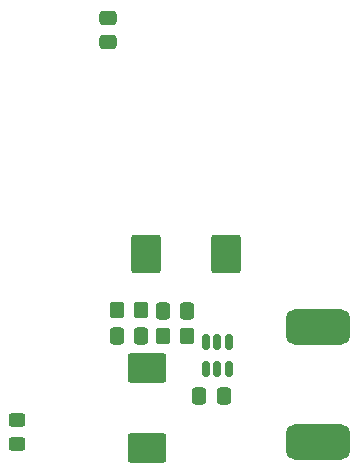
<source format=gtp>
G04 #@! TF.GenerationSoftware,KiCad,Pcbnew,(7.0.0)*
G04 #@! TF.CreationDate,2023-02-16T13:39:53+01:00*
G04 #@! TF.ProjectId,Sumo,53756d6f-2e6b-4696-9361-645f70636258,rev?*
G04 #@! TF.SameCoordinates,Original*
G04 #@! TF.FileFunction,Paste,Top*
G04 #@! TF.FilePolarity,Positive*
%FSLAX46Y46*%
G04 Gerber Fmt 4.6, Leading zero omitted, Abs format (unit mm)*
G04 Created by KiCad (PCBNEW (7.0.0)) date 2023-02-16 13:39:53*
%MOMM*%
%LPD*%
G01*
G04 APERTURE LIST*
G04 Aperture macros list*
%AMRoundRect*
0 Rectangle with rounded corners*
0 $1 Rounding radius*
0 $2 $3 $4 $5 $6 $7 $8 $9 X,Y pos of 4 corners*
0 Add a 4 corners polygon primitive as box body*
4,1,4,$2,$3,$4,$5,$6,$7,$8,$9,$2,$3,0*
0 Add four circle primitives for the rounded corners*
1,1,$1+$1,$2,$3*
1,1,$1+$1,$4,$5*
1,1,$1+$1,$6,$7*
1,1,$1+$1,$8,$9*
0 Add four rect primitives between the rounded corners*
20,1,$1+$1,$2,$3,$4,$5,0*
20,1,$1+$1,$4,$5,$6,$7,0*
20,1,$1+$1,$6,$7,$8,$9,0*
20,1,$1+$1,$8,$9,$2,$3,0*%
G04 Aperture macros list end*
%ADD10RoundRect,0.750000X1.950000X0.750000X-1.950000X0.750000X-1.950000X-0.750000X1.950000X-0.750000X0*%
%ADD11RoundRect,0.250000X-0.450000X0.325000X-0.450000X-0.325000X0.450000X-0.325000X0.450000X0.325000X0*%
%ADD12RoundRect,0.250000X-0.475000X0.337500X-0.475000X-0.337500X0.475000X-0.337500X0.475000X0.337500X0*%
%ADD13RoundRect,0.250000X1.000000X-1.400000X1.000000X1.400000X-1.000000X1.400000X-1.000000X-1.400000X0*%
%ADD14RoundRect,0.150000X-0.150000X0.512500X-0.150000X-0.512500X0.150000X-0.512500X0.150000X0.512500X0*%
%ADD15RoundRect,0.250000X0.337500X0.475000X-0.337500X0.475000X-0.337500X-0.475000X0.337500X-0.475000X0*%
%ADD16RoundRect,0.250000X0.350000X0.450000X-0.350000X0.450000X-0.350000X-0.450000X0.350000X-0.450000X0*%
%ADD17RoundRect,0.250000X-0.350000X-0.450000X0.350000X-0.450000X0.350000X0.450000X-0.350000X0.450000X0*%
%ADD18RoundRect,0.250000X-0.337500X-0.475000X0.337500X-0.475000X0.337500X0.475000X-0.337500X0.475000X0*%
%ADD19RoundRect,0.250000X1.400000X1.000000X-1.400000X1.000000X-1.400000X-1.000000X1.400000X-1.000000X0*%
G04 APERTURE END LIST*
D10*
X134874000Y-91440000D03*
X134874000Y-81640000D03*
D11*
X109374000Y-89515000D03*
X109374000Y-91565000D03*
D12*
X117100000Y-55462500D03*
X117100000Y-57537500D03*
D13*
X120298000Y-75500000D03*
X127098000Y-75500000D03*
D14*
X127315000Y-82902500D03*
X126365000Y-82902500D03*
X125415000Y-82902500D03*
X125415000Y-85177500D03*
X126365000Y-85177500D03*
X127315000Y-85177500D03*
D15*
X126911500Y-87540000D03*
X124836500Y-87540000D03*
D16*
X123750000Y-82400000D03*
X121750000Y-82400000D03*
D17*
X117872000Y-80264000D03*
X119872000Y-80264000D03*
D15*
X123800000Y-80300000D03*
X121725000Y-80300000D03*
D18*
X117834500Y-82423000D03*
X119909500Y-82423000D03*
D19*
X120400000Y-91900000D03*
X120400000Y-85100000D03*
M02*

</source>
